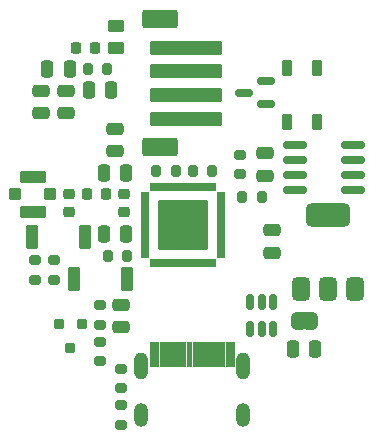
<source format=gbr>
%TF.GenerationSoftware,KiCad,Pcbnew,9.0.0*%
%TF.CreationDate,2026-01-31T22:23:39+01:00*%
%TF.ProjectId,DisplayBoard,44697370-6c61-4794-926f-6172642e6b69,rev?*%
%TF.SameCoordinates,Original*%
%TF.FileFunction,Soldermask,Top*%
%TF.FilePolarity,Negative*%
%FSLAX46Y46*%
G04 Gerber Fmt 4.6, Leading zero omitted, Abs format (unit mm)*
G04 Created by KiCad (PCBNEW 9.0.0) date 2026-01-31 22:23:39*
%MOMM*%
%LPD*%
G01*
G04 APERTURE LIST*
G04 Aperture macros list*
%AMRoundRect*
0 Rectangle with rounded corners*
0 $1 Rounding radius*
0 $2 $3 $4 $5 $6 $7 $8 $9 X,Y pos of 4 corners*
0 Add a 4 corners polygon primitive as box body*
4,1,4,$2,$3,$4,$5,$6,$7,$8,$9,$2,$3,0*
0 Add four circle primitives for the rounded corners*
1,1,$1+$1,$2,$3*
1,1,$1+$1,$4,$5*
1,1,$1+$1,$6,$7*
1,1,$1+$1,$8,$9*
0 Add four rect primitives between the rounded corners*
20,1,$1+$1,$2,$3,$4,$5,0*
20,1,$1+$1,$4,$5,$6,$7,0*
20,1,$1+$1,$6,$7,$8,$9,0*
20,1,$1+$1,$8,$9,$2,$3,0*%
%AMFreePoly0*
4,1,23,0.000000,0.745722,0.065263,0.745722,0.191342,0.711940,0.304381,0.646677,0.396677,0.554381,0.461940,0.441342,0.495722,0.315263,0.495722,0.250000,0.500000,0.250000,0.500000,-0.250000,0.495722,-0.250000,0.495722,-0.315263,0.461940,-0.441342,0.396677,-0.554381,0.304381,-0.646677,0.191342,-0.711940,0.065263,-0.745722,0.000000,-0.745722,0.000000,-0.750000,-0.500000,-0.750000,
-0.500000,0.750000,0.000000,0.750000,0.000000,0.745722,0.000000,0.745722,$1*%
%AMFreePoly1*
4,1,23,0.500000,-0.750000,0.000000,-0.750000,0.000000,-0.745722,-0.065263,-0.745722,-0.191342,-0.711940,-0.304381,-0.646677,-0.396677,-0.554381,-0.461940,-0.441342,-0.495722,-0.315263,-0.495722,-0.250000,-0.500000,-0.250000,-0.500000,0.250000,-0.495722,0.250000,-0.495722,0.315263,-0.461940,0.441342,-0.396677,0.554381,-0.304381,0.646677,-0.191342,0.711940,-0.065263,0.745722,0.000000,0.745722,
0.000000,0.750000,0.500000,0.750000,0.500000,-0.750000,0.500000,-0.750000,$1*%
G04 Aperture macros list end*
%ADD10C,0.010000*%
%ADD11C,0.000000*%
%ADD12RoundRect,0.157500X-0.942500X0.367500X-0.942500X-0.367500X0.942500X-0.367500X0.942500X0.367500X0*%
%ADD13RoundRect,0.150000X-0.350000X0.375000X-0.350000X-0.375000X0.350000X-0.375000X0.350000X0.375000X0*%
%ADD14O,1.204000X2.004000*%
%ADD15O,1.204000X2.304000*%
%ADD16RoundRect,0.200000X-0.200000X-0.275000X0.200000X-0.275000X0.200000X0.275000X-0.200000X0.275000X0*%
%ADD17RoundRect,0.250000X0.450000X-0.262500X0.450000X0.262500X-0.450000X0.262500X-0.450000X-0.262500X0*%
%ADD18RoundRect,0.250000X0.250000X0.475000X-0.250000X0.475000X-0.250000X-0.475000X0.250000X-0.475000X0*%
%ADD19RoundRect,0.218750X-0.218750X-0.256250X0.218750X-0.256250X0.218750X0.256250X-0.218750X0.256250X0*%
%ADD20RoundRect,0.250000X0.475000X-0.250000X0.475000X0.250000X-0.475000X0.250000X-0.475000X-0.250000X0*%
%ADD21RoundRect,0.240000X-1.260000X0.560000X-1.260000X-0.560000X1.260000X-0.560000X1.260000X0.560000X0*%
%ADD22RoundRect,0.180000X-2.870000X0.420000X-2.870000X-0.420000X2.870000X-0.420000X2.870000X0.420000X0*%
%ADD23RoundRect,0.150000X0.150000X-0.512500X0.150000X0.512500X-0.150000X0.512500X-0.150000X-0.512500X0*%
%ADD24RoundRect,0.375000X0.375000X-0.625000X0.375000X0.625000X-0.375000X0.625000X-0.375000X-0.625000X0*%
%ADD25RoundRect,0.500000X1.400000X-0.500000X1.400000X0.500000X-1.400000X0.500000X-1.400000X-0.500000X0*%
%ADD26RoundRect,0.250000X-0.475000X0.250000X-0.475000X-0.250000X0.475000X-0.250000X0.475000X0.250000X0*%
%ADD27FreePoly0,0.000000*%
%ADD28FreePoly1,0.000000*%
%ADD29RoundRect,0.225000X-0.250000X0.225000X-0.250000X-0.225000X0.250000X-0.225000X0.250000X0.225000X0*%
%ADD30RoundRect,0.200000X-0.275000X0.200000X-0.275000X-0.200000X0.275000X-0.200000X0.275000X0.200000X0*%
%ADD31RoundRect,0.200000X0.200000X0.275000X-0.200000X0.275000X-0.200000X-0.275000X0.200000X-0.275000X0*%
%ADD32RoundRect,0.200000X0.275000X-0.200000X0.275000X0.200000X-0.275000X0.200000X-0.275000X-0.200000X0*%
%ADD33RoundRect,0.157500X-0.367500X-0.842500X0.367500X-0.842500X0.367500X0.842500X-0.367500X0.842500X0*%
%ADD34RoundRect,0.120000X-0.280000X-0.330000X0.280000X-0.330000X0.280000X0.330000X-0.280000X0.330000X0*%
%ADD35RoundRect,0.150000X0.587500X0.150000X-0.587500X0.150000X-0.587500X-0.150000X0.587500X-0.150000X0*%
%ADD36RoundRect,0.135000X-0.315000X0.540000X-0.315000X-0.540000X0.315000X-0.540000X0.315000X0.540000X0*%
%ADD37RoundRect,0.150000X-0.825000X-0.150000X0.825000X-0.150000X0.825000X0.150000X-0.825000X0.150000X0*%
%ADD38RoundRect,0.102000X-2.000000X-2.000000X2.000000X-2.000000X2.000000X2.000000X-2.000000X2.000000X0*%
G04 APERTURE END LIST*
D10*
%TO.C,USBC501*%
X104349999Y-131069999D02*
X103650001Y-131069999D01*
X103649998Y-129020001D01*
X104350000Y-129020000D01*
X104349999Y-131069999D01*
G36*
X104349999Y-131069999D02*
G01*
X103650001Y-131069999D01*
X103649998Y-129020001D01*
X104350000Y-129020000D01*
X104349999Y-131069999D01*
G37*
X103550001Y-131070000D02*
X102850000Y-131070001D01*
X102850000Y-129020000D01*
X103550001Y-129020000D01*
X103550001Y-131070000D01*
G36*
X103550001Y-131070000D02*
G01*
X102850000Y-131070001D01*
X102850000Y-129020000D01*
X103550001Y-129020000D01*
X103550001Y-131070000D01*
G37*
X102750000Y-131070000D02*
X102350000Y-131069999D01*
X102350000Y-129020000D01*
X102750001Y-129019999D01*
X102750000Y-131070000D01*
G36*
X102750000Y-131070000D02*
G01*
X102350000Y-131069999D01*
X102350000Y-129020000D01*
X102750001Y-129019999D01*
X102750000Y-131070000D01*
G37*
X102250000Y-129020000D02*
X102250000Y-131070000D01*
X101850000Y-131070001D01*
X101850000Y-129019999D01*
X102250000Y-129020000D01*
G36*
X102250000Y-129020000D02*
G01*
X102250000Y-131070000D01*
X101850000Y-131070001D01*
X101850000Y-129019999D01*
X102250000Y-129020000D01*
G37*
X101750000Y-131070000D02*
X101350000Y-131070000D01*
X101350000Y-129020001D01*
X101750001Y-129020001D01*
X101750000Y-131070000D01*
G36*
X101750000Y-131070000D02*
G01*
X101350000Y-131070000D01*
X101350000Y-129020001D01*
X101750001Y-129020001D01*
X101750000Y-131070000D01*
G37*
X101250001Y-131070000D02*
X100850000Y-131070000D01*
X100849999Y-129020000D01*
X101250000Y-129020000D01*
X101250001Y-131070000D01*
G36*
X101250001Y-131070000D02*
G01*
X100850000Y-131070000D01*
X100849999Y-129020000D01*
X101250000Y-129020000D01*
X101250001Y-131070000D01*
G37*
X100750000Y-131070001D02*
X100350001Y-131069999D01*
X100349999Y-129020001D01*
X100750000Y-129020000D01*
X100750000Y-131070001D01*
G36*
X100750000Y-131070001D02*
G01*
X100350001Y-131069999D01*
X100349999Y-129020001D01*
X100750000Y-129020000D01*
X100750000Y-131070001D01*
G37*
X100250000Y-131070000D02*
X99850002Y-131070000D01*
X99850000Y-129020001D01*
X100250000Y-129019998D01*
X100250000Y-131070000D01*
G36*
X100250000Y-131070000D02*
G01*
X99850002Y-131070000D01*
X99850000Y-129020001D01*
X100250000Y-129019998D01*
X100250000Y-131070000D01*
G37*
X99749999Y-131070000D02*
X99350000Y-131070001D01*
X99350001Y-129020000D01*
X99750001Y-129020000D01*
X99749999Y-131070000D01*
G36*
X99749999Y-131070000D02*
G01*
X99350000Y-131070001D01*
X99350001Y-129020000D01*
X99750001Y-129020000D01*
X99749999Y-131070000D01*
G37*
X99250000Y-129020000D02*
X99249998Y-131069999D01*
X98849999Y-131070000D01*
X98850000Y-129019999D01*
X99250000Y-129020000D01*
G36*
X99250000Y-129020000D02*
G01*
X99249998Y-131069999D01*
X98849999Y-131070000D01*
X98850000Y-129019999D01*
X99250000Y-129020000D01*
G37*
X98750000Y-131070000D02*
X98050000Y-131070001D01*
X98050000Y-129020000D01*
X98750000Y-129020000D01*
X98750000Y-131070000D01*
G36*
X98750000Y-131070000D02*
G01*
X98050000Y-131070001D01*
X98050000Y-129020000D01*
X98750000Y-129020000D01*
X98750000Y-131070000D01*
G37*
X97949999Y-131069999D02*
X97250000Y-131069999D01*
X97250001Y-129020000D01*
X97950001Y-129019999D01*
X97949999Y-131069999D01*
G36*
X97949999Y-131069999D02*
G01*
X97250000Y-131069999D01*
X97250001Y-129020000D01*
X97950001Y-129019999D01*
X97949999Y-131069999D01*
G37*
D11*
%TO.C,JP501*%
G36*
X110449999Y-127950000D02*
G01*
X110150000Y-127950000D01*
X110150001Y-126450000D01*
X110450000Y-126450000D01*
X110449999Y-127950000D01*
G37*
D10*
%TO.C,U201*%
X97060000Y-116644563D02*
X96490000Y-116644563D01*
X96490000Y-116294563D01*
X97060000Y-116294563D01*
X97060000Y-116644563D01*
G36*
X97060000Y-116644563D02*
G01*
X96490000Y-116644563D01*
X96490000Y-116294563D01*
X97060000Y-116294563D01*
X97060000Y-116644563D01*
G37*
X97060000Y-117044563D02*
X96490000Y-117044563D01*
X96490000Y-116694563D01*
X97060000Y-116694563D01*
X97060000Y-117044563D01*
G36*
X97060000Y-117044563D02*
G01*
X96490000Y-117044563D01*
X96490000Y-116694563D01*
X97060000Y-116694563D01*
X97060000Y-117044563D01*
G37*
X97060000Y-117444563D02*
X96490000Y-117444563D01*
X96490000Y-117094563D01*
X97060000Y-117094563D01*
X97060000Y-117444563D01*
G36*
X97060000Y-117444563D02*
G01*
X96490000Y-117444563D01*
X96490000Y-117094563D01*
X97060000Y-117094563D01*
X97060000Y-117444563D01*
G37*
X97060000Y-117844563D02*
X96490000Y-117844563D01*
X96490000Y-117494563D01*
X97060000Y-117494563D01*
X97060000Y-117844563D01*
G36*
X97060000Y-117844563D02*
G01*
X96490000Y-117844563D01*
X96490000Y-117494563D01*
X97060000Y-117494563D01*
X97060000Y-117844563D01*
G37*
X97060000Y-118244563D02*
X96490000Y-118244563D01*
X96490000Y-117894563D01*
X97060000Y-117894563D01*
X97060000Y-118244563D01*
G36*
X97060000Y-118244563D02*
G01*
X96490000Y-118244563D01*
X96490000Y-117894563D01*
X97060000Y-117894563D01*
X97060000Y-118244563D01*
G37*
X97060000Y-118644563D02*
X96490000Y-118644563D01*
X96490000Y-118294563D01*
X97060000Y-118294563D01*
X97060000Y-118644563D01*
G36*
X97060000Y-118644563D02*
G01*
X96490000Y-118644563D01*
X96490000Y-118294563D01*
X97060000Y-118294563D01*
X97060000Y-118644563D01*
G37*
X97060000Y-119044563D02*
X96490000Y-119044563D01*
X96490000Y-118694563D01*
X97060000Y-118694563D01*
X97060000Y-119044563D01*
G36*
X97060000Y-119044563D02*
G01*
X96490000Y-119044563D01*
X96490000Y-118694563D01*
X97060000Y-118694563D01*
X97060000Y-119044563D01*
G37*
X97060000Y-119444563D02*
X96490000Y-119444563D01*
X96490000Y-119094563D01*
X97060000Y-119094563D01*
X97060000Y-119444563D01*
G36*
X97060000Y-119444563D02*
G01*
X96490000Y-119444563D01*
X96490000Y-119094563D01*
X97060000Y-119094563D01*
X97060000Y-119444563D01*
G37*
X97060000Y-119844563D02*
X96490000Y-119844563D01*
X96490000Y-119494563D01*
X97060000Y-119494563D01*
X97060000Y-119844563D01*
G36*
X97060000Y-119844563D02*
G01*
X96490000Y-119844563D01*
X96490000Y-119494563D01*
X97060000Y-119494563D01*
X97060000Y-119844563D01*
G37*
X97060000Y-120244563D02*
X96490000Y-120244563D01*
X96490000Y-119894563D01*
X97060000Y-119894563D01*
X97060000Y-120244563D01*
G36*
X97060000Y-120244563D02*
G01*
X96490000Y-120244563D01*
X96490000Y-119894563D01*
X97060000Y-119894563D01*
X97060000Y-120244563D01*
G37*
X97060000Y-120644563D02*
X96490000Y-120644563D01*
X96490000Y-120294563D01*
X97060000Y-120294563D01*
X97060000Y-120644563D01*
G36*
X97060000Y-120644563D02*
G01*
X96490000Y-120644563D01*
X96490000Y-120294563D01*
X97060000Y-120294563D01*
X97060000Y-120644563D01*
G37*
X97060000Y-121044563D02*
X96490000Y-121044563D01*
X96490000Y-120694563D01*
X97060000Y-120694563D01*
X97060000Y-121044563D01*
G36*
X97060000Y-121044563D02*
G01*
X96490000Y-121044563D01*
X96490000Y-120694563D01*
X97060000Y-120694563D01*
X97060000Y-121044563D01*
G37*
X97060000Y-121444563D02*
X96490000Y-121444563D01*
X96490000Y-121094563D01*
X97060000Y-121094563D01*
X97060000Y-121444563D01*
G36*
X97060000Y-121444563D02*
G01*
X96490000Y-121444563D01*
X96490000Y-121094563D01*
X97060000Y-121094563D01*
X97060000Y-121444563D01*
G37*
X97060000Y-121844563D02*
X96490000Y-121844563D01*
X96490000Y-121494563D01*
X97060000Y-121494563D01*
X97060000Y-121844563D01*
G36*
X97060000Y-121844563D02*
G01*
X96490000Y-121844563D01*
X96490000Y-121494563D01*
X97060000Y-121494563D01*
X97060000Y-121844563D01*
G37*
X97575000Y-116129563D02*
X97225000Y-116129563D01*
X97225000Y-115559563D01*
X97575000Y-115559563D01*
X97575000Y-116129563D01*
G36*
X97575000Y-116129563D02*
G01*
X97225000Y-116129563D01*
X97225000Y-115559563D01*
X97575000Y-115559563D01*
X97575000Y-116129563D01*
G37*
X97575000Y-122579563D02*
X97225000Y-122579563D01*
X97225000Y-122009563D01*
X97575000Y-122009563D01*
X97575000Y-122579563D01*
G36*
X97575000Y-122579563D02*
G01*
X97225000Y-122579563D01*
X97225000Y-122009563D01*
X97575000Y-122009563D01*
X97575000Y-122579563D01*
G37*
X97975000Y-116129563D02*
X97625000Y-116129563D01*
X97625000Y-115559563D01*
X97975000Y-115559563D01*
X97975000Y-116129563D01*
G36*
X97975000Y-116129563D02*
G01*
X97625000Y-116129563D01*
X97625000Y-115559563D01*
X97975000Y-115559563D01*
X97975000Y-116129563D01*
G37*
X97975000Y-122579563D02*
X97625000Y-122579563D01*
X97625000Y-122009563D01*
X97975000Y-122009563D01*
X97975000Y-122579563D01*
G36*
X97975000Y-122579563D02*
G01*
X97625000Y-122579563D01*
X97625000Y-122009563D01*
X97975000Y-122009563D01*
X97975000Y-122579563D01*
G37*
X98375000Y-116129563D02*
X98025000Y-116129563D01*
X98025000Y-115559563D01*
X98375000Y-115559563D01*
X98375000Y-116129563D01*
G36*
X98375000Y-116129563D02*
G01*
X98025000Y-116129563D01*
X98025000Y-115559563D01*
X98375000Y-115559563D01*
X98375000Y-116129563D01*
G37*
X98375000Y-122579563D02*
X98025000Y-122579563D01*
X98025000Y-122009563D01*
X98375000Y-122009563D01*
X98375000Y-122579563D01*
G36*
X98375000Y-122579563D02*
G01*
X98025000Y-122579563D01*
X98025000Y-122009563D01*
X98375000Y-122009563D01*
X98375000Y-122579563D01*
G37*
X98775000Y-116129563D02*
X98425000Y-116129563D01*
X98425000Y-115559563D01*
X98775000Y-115559563D01*
X98775000Y-116129563D01*
G36*
X98775000Y-116129563D02*
G01*
X98425000Y-116129563D01*
X98425000Y-115559563D01*
X98775000Y-115559563D01*
X98775000Y-116129563D01*
G37*
X98775000Y-122579563D02*
X98425000Y-122579563D01*
X98425000Y-122009563D01*
X98775000Y-122009563D01*
X98775000Y-122579563D01*
G36*
X98775000Y-122579563D02*
G01*
X98425000Y-122579563D01*
X98425000Y-122009563D01*
X98775000Y-122009563D01*
X98775000Y-122579563D01*
G37*
X99175000Y-116129563D02*
X98825000Y-116129563D01*
X98825000Y-115559563D01*
X99175000Y-115559563D01*
X99175000Y-116129563D01*
G36*
X99175000Y-116129563D02*
G01*
X98825000Y-116129563D01*
X98825000Y-115559563D01*
X99175000Y-115559563D01*
X99175000Y-116129563D01*
G37*
X99175000Y-122579563D02*
X98825000Y-122579563D01*
X98825000Y-122009563D01*
X99175000Y-122009563D01*
X99175000Y-122579563D01*
G36*
X99175000Y-122579563D02*
G01*
X98825000Y-122579563D01*
X98825000Y-122009563D01*
X99175000Y-122009563D01*
X99175000Y-122579563D01*
G37*
X99575000Y-116129563D02*
X99225000Y-116129563D01*
X99225000Y-115559563D01*
X99575000Y-115559563D01*
X99575000Y-116129563D01*
G36*
X99575000Y-116129563D02*
G01*
X99225000Y-116129563D01*
X99225000Y-115559563D01*
X99575000Y-115559563D01*
X99575000Y-116129563D01*
G37*
X99575000Y-122579563D02*
X99225000Y-122579563D01*
X99225000Y-122009563D01*
X99575000Y-122009563D01*
X99575000Y-122579563D01*
G36*
X99575000Y-122579563D02*
G01*
X99225000Y-122579563D01*
X99225000Y-122009563D01*
X99575000Y-122009563D01*
X99575000Y-122579563D01*
G37*
X99975000Y-116129563D02*
X99625000Y-116129563D01*
X99625000Y-115559563D01*
X99975000Y-115559563D01*
X99975000Y-116129563D01*
G36*
X99975000Y-116129563D02*
G01*
X99625000Y-116129563D01*
X99625000Y-115559563D01*
X99975000Y-115559563D01*
X99975000Y-116129563D01*
G37*
X99975000Y-122579563D02*
X99625000Y-122579563D01*
X99625000Y-122009563D01*
X99975000Y-122009563D01*
X99975000Y-122579563D01*
G36*
X99975000Y-122579563D02*
G01*
X99625000Y-122579563D01*
X99625000Y-122009563D01*
X99975000Y-122009563D01*
X99975000Y-122579563D01*
G37*
X100375000Y-116129563D02*
X100025000Y-116129563D01*
X100025000Y-115559563D01*
X100375000Y-115559563D01*
X100375000Y-116129563D01*
G36*
X100375000Y-116129563D02*
G01*
X100025000Y-116129563D01*
X100025000Y-115559563D01*
X100375000Y-115559563D01*
X100375000Y-116129563D01*
G37*
X100375000Y-122579563D02*
X100025000Y-122579563D01*
X100025000Y-122009563D01*
X100375000Y-122009563D01*
X100375000Y-122579563D01*
G36*
X100375000Y-122579563D02*
G01*
X100025000Y-122579563D01*
X100025000Y-122009563D01*
X100375000Y-122009563D01*
X100375000Y-122579563D01*
G37*
X100775000Y-116129563D02*
X100425000Y-116129563D01*
X100425000Y-115559563D01*
X100775000Y-115559563D01*
X100775000Y-116129563D01*
G36*
X100775000Y-116129563D02*
G01*
X100425000Y-116129563D01*
X100425000Y-115559563D01*
X100775000Y-115559563D01*
X100775000Y-116129563D01*
G37*
X100775000Y-122579563D02*
X100425000Y-122579563D01*
X100425000Y-122009563D01*
X100775000Y-122009563D01*
X100775000Y-122579563D01*
G36*
X100775000Y-122579563D02*
G01*
X100425000Y-122579563D01*
X100425000Y-122009563D01*
X100775000Y-122009563D01*
X100775000Y-122579563D01*
G37*
X101175000Y-116129563D02*
X100825000Y-116129563D01*
X100825000Y-115559563D01*
X101175000Y-115559563D01*
X101175000Y-116129563D01*
G36*
X101175000Y-116129563D02*
G01*
X100825000Y-116129563D01*
X100825000Y-115559563D01*
X101175000Y-115559563D01*
X101175000Y-116129563D01*
G37*
X101175000Y-122579563D02*
X100825000Y-122579563D01*
X100825000Y-122009563D01*
X101175000Y-122009563D01*
X101175000Y-122579563D01*
G36*
X101175000Y-122579563D02*
G01*
X100825000Y-122579563D01*
X100825000Y-122009563D01*
X101175000Y-122009563D01*
X101175000Y-122579563D01*
G37*
X101575000Y-116129563D02*
X101225000Y-116129563D01*
X101225000Y-115559563D01*
X101575000Y-115559563D01*
X101575000Y-116129563D01*
G36*
X101575000Y-116129563D02*
G01*
X101225000Y-116129563D01*
X101225000Y-115559563D01*
X101575000Y-115559563D01*
X101575000Y-116129563D01*
G37*
X101575000Y-122579563D02*
X101225000Y-122579563D01*
X101225000Y-122009563D01*
X101575000Y-122009563D01*
X101575000Y-122579563D01*
G36*
X101575000Y-122579563D02*
G01*
X101225000Y-122579563D01*
X101225000Y-122009563D01*
X101575000Y-122009563D01*
X101575000Y-122579563D01*
G37*
X101975000Y-116129563D02*
X101625000Y-116129563D01*
X101625000Y-115559563D01*
X101975000Y-115559563D01*
X101975000Y-116129563D01*
G36*
X101975000Y-116129563D02*
G01*
X101625000Y-116129563D01*
X101625000Y-115559563D01*
X101975000Y-115559563D01*
X101975000Y-116129563D01*
G37*
X101975000Y-122579563D02*
X101625000Y-122579563D01*
X101625000Y-122009563D01*
X101975000Y-122009563D01*
X101975000Y-122579563D01*
G36*
X101975000Y-122579563D02*
G01*
X101625000Y-122579563D01*
X101625000Y-122009563D01*
X101975000Y-122009563D01*
X101975000Y-122579563D01*
G37*
X102375000Y-116129563D02*
X102025000Y-116129563D01*
X102025000Y-115559563D01*
X102375000Y-115559563D01*
X102375000Y-116129563D01*
G36*
X102375000Y-116129563D02*
G01*
X102025000Y-116129563D01*
X102025000Y-115559563D01*
X102375000Y-115559563D01*
X102375000Y-116129563D01*
G37*
X102375000Y-122579563D02*
X102025000Y-122579563D01*
X102025000Y-122009563D01*
X102375000Y-122009563D01*
X102375000Y-122579563D01*
G36*
X102375000Y-122579563D02*
G01*
X102025000Y-122579563D01*
X102025000Y-122009563D01*
X102375000Y-122009563D01*
X102375000Y-122579563D01*
G37*
X102775000Y-116129563D02*
X102425000Y-116129563D01*
X102425000Y-115559563D01*
X102775000Y-115559563D01*
X102775000Y-116129563D01*
G36*
X102775000Y-116129563D02*
G01*
X102425000Y-116129563D01*
X102425000Y-115559563D01*
X102775000Y-115559563D01*
X102775000Y-116129563D01*
G37*
X102775000Y-122579563D02*
X102425000Y-122579563D01*
X102425000Y-122009563D01*
X102775000Y-122009563D01*
X102775000Y-122579563D01*
G36*
X102775000Y-122579563D02*
G01*
X102425000Y-122579563D01*
X102425000Y-122009563D01*
X102775000Y-122009563D01*
X102775000Y-122579563D01*
G37*
X103510000Y-116644563D02*
X102940000Y-116644563D01*
X102940000Y-116294563D01*
X103510000Y-116294563D01*
X103510000Y-116644563D01*
G36*
X103510000Y-116644563D02*
G01*
X102940000Y-116644563D01*
X102940000Y-116294563D01*
X103510000Y-116294563D01*
X103510000Y-116644563D01*
G37*
X103510000Y-117044563D02*
X102940000Y-117044563D01*
X102940000Y-116694563D01*
X103510000Y-116694563D01*
X103510000Y-117044563D01*
G36*
X103510000Y-117044563D02*
G01*
X102940000Y-117044563D01*
X102940000Y-116694563D01*
X103510000Y-116694563D01*
X103510000Y-117044563D01*
G37*
X103510000Y-117444563D02*
X102940000Y-117444563D01*
X102940000Y-117094563D01*
X103510000Y-117094563D01*
X103510000Y-117444563D01*
G36*
X103510000Y-117444563D02*
G01*
X102940000Y-117444563D01*
X102940000Y-117094563D01*
X103510000Y-117094563D01*
X103510000Y-117444563D01*
G37*
X103510000Y-117844563D02*
X102940000Y-117844563D01*
X102940000Y-117494563D01*
X103510000Y-117494563D01*
X103510000Y-117844563D01*
G36*
X103510000Y-117844563D02*
G01*
X102940000Y-117844563D01*
X102940000Y-117494563D01*
X103510000Y-117494563D01*
X103510000Y-117844563D01*
G37*
X103510000Y-118244563D02*
X102940000Y-118244563D01*
X102940000Y-117894563D01*
X103510000Y-117894563D01*
X103510000Y-118244563D01*
G36*
X103510000Y-118244563D02*
G01*
X102940000Y-118244563D01*
X102940000Y-117894563D01*
X103510000Y-117894563D01*
X103510000Y-118244563D01*
G37*
X103510000Y-118644563D02*
X102940000Y-118644563D01*
X102940000Y-118294563D01*
X103510000Y-118294563D01*
X103510000Y-118644563D01*
G36*
X103510000Y-118644563D02*
G01*
X102940000Y-118644563D01*
X102940000Y-118294563D01*
X103510000Y-118294563D01*
X103510000Y-118644563D01*
G37*
X103510000Y-119044563D02*
X102940000Y-119044563D01*
X102940000Y-118694563D01*
X103510000Y-118694563D01*
X103510000Y-119044563D01*
G36*
X103510000Y-119044563D02*
G01*
X102940000Y-119044563D01*
X102940000Y-118694563D01*
X103510000Y-118694563D01*
X103510000Y-119044563D01*
G37*
X103510000Y-119444563D02*
X102940000Y-119444563D01*
X102940000Y-119094563D01*
X103510000Y-119094563D01*
X103510000Y-119444563D01*
G36*
X103510000Y-119444563D02*
G01*
X102940000Y-119444563D01*
X102940000Y-119094563D01*
X103510000Y-119094563D01*
X103510000Y-119444563D01*
G37*
X103510000Y-119844563D02*
X102940000Y-119844563D01*
X102940000Y-119494563D01*
X103510000Y-119494563D01*
X103510000Y-119844563D01*
G36*
X103510000Y-119844563D02*
G01*
X102940000Y-119844563D01*
X102940000Y-119494563D01*
X103510000Y-119494563D01*
X103510000Y-119844563D01*
G37*
X103510000Y-120244563D02*
X102940000Y-120244563D01*
X102940000Y-119894563D01*
X103510000Y-119894563D01*
X103510000Y-120244563D01*
G36*
X103510000Y-120244563D02*
G01*
X102940000Y-120244563D01*
X102940000Y-119894563D01*
X103510000Y-119894563D01*
X103510000Y-120244563D01*
G37*
X103510000Y-120644563D02*
X102940000Y-120644563D01*
X102940000Y-120294563D01*
X103510000Y-120294563D01*
X103510000Y-120644563D01*
G36*
X103510000Y-120644563D02*
G01*
X102940000Y-120644563D01*
X102940000Y-120294563D01*
X103510000Y-120294563D01*
X103510000Y-120644563D01*
G37*
X103510000Y-121044563D02*
X102940000Y-121044563D01*
X102940000Y-120694563D01*
X103510000Y-120694563D01*
X103510000Y-121044563D01*
G36*
X103510000Y-121044563D02*
G01*
X102940000Y-121044563D01*
X102940000Y-120694563D01*
X103510000Y-120694563D01*
X103510000Y-121044563D01*
G37*
X103510000Y-121444563D02*
X102940000Y-121444563D01*
X102940000Y-121094563D01*
X103510000Y-121094563D01*
X103510000Y-121444563D01*
G36*
X103510000Y-121444563D02*
G01*
X102940000Y-121444563D01*
X102940000Y-121094563D01*
X103510000Y-121094563D01*
X103510000Y-121444563D01*
G37*
X103510000Y-121844563D02*
X102940000Y-121844563D01*
X102940000Y-121494563D01*
X103510000Y-121494563D01*
X103510000Y-121844563D01*
G36*
X103510000Y-121844563D02*
G01*
X102940000Y-121844563D01*
X102940000Y-121494563D01*
X103510000Y-121494563D01*
X103510000Y-121844563D01*
G37*
%TD*%
D12*
%TO.C,J201*%
X87300000Y-117975000D03*
D13*
X85800000Y-116500000D03*
D12*
X87300000Y-115025000D03*
D13*
X88800000Y-116500000D03*
%TD*%
D14*
%TO.C,USBC501*%
X105119999Y-135200000D03*
X96480001Y-135200000D03*
D15*
X105120001Y-131020000D03*
X96480000Y-131019999D03*
%TD*%
D16*
%TO.C,R401*%
X93625000Y-105900000D03*
X91975000Y-105900000D03*
%TD*%
D17*
%TO.C,D401*%
X94400000Y-102275000D03*
X94400000Y-104100000D03*
%TD*%
D18*
%TO.C,C403*%
X88550000Y-105900000D03*
X90450000Y-105900000D03*
%TD*%
D19*
%TO.C,FB401*%
X92587500Y-104100000D03*
X91012500Y-104100000D03*
%TD*%
D18*
%TO.C,C404*%
X92050000Y-107700000D03*
X93950000Y-107700000D03*
%TD*%
D20*
%TO.C,C405*%
X107000000Y-114950000D03*
X107000000Y-113050000D03*
%TD*%
D21*
%TO.C,J401*%
X98050000Y-101700000D03*
X98050000Y-112500000D03*
D22*
X100300000Y-104100000D03*
X100300000Y-106100000D03*
X100300000Y-108100000D03*
X100300000Y-110100000D03*
%TD*%
D23*
%TO.C,U501*%
X105750000Y-125662500D03*
X106700000Y-125662500D03*
X107650000Y-125662500D03*
X107650000Y-127937500D03*
X106700000Y-127937500D03*
X105750000Y-127937500D03*
%TD*%
D20*
%TO.C,C301*%
X94800000Y-127750000D03*
X94800000Y-125850000D03*
%TD*%
D24*
%TO.C,U502*%
X114600000Y-124550000D03*
D25*
X112300000Y-118250000D03*
D24*
X112300000Y-124550000D03*
X110000000Y-124550000D03*
%TD*%
D26*
%TO.C,C502*%
X107600000Y-121450000D03*
X107600000Y-119550000D03*
%TD*%
D27*
%TO.C,JP501*%
X110950000Y-127200000D03*
D28*
X109650000Y-127200000D03*
%TD*%
D29*
%TO.C,C204*%
X90412281Y-116470000D03*
X90412281Y-118020000D03*
%TD*%
D30*
%TO.C,R301*%
X93000000Y-125900000D03*
X93000000Y-127550000D03*
%TD*%
%TO.C,Rusb502*%
X94800000Y-134375000D03*
X94800000Y-136025000D03*
%TD*%
D31*
%TO.C,R203*%
X95325000Y-121700000D03*
X93675000Y-121700000D03*
%TD*%
D32*
%TO.C,R204*%
X104900000Y-114825000D03*
X104900000Y-113175000D03*
%TD*%
D26*
%TO.C,C401*%
X90100000Y-107750000D03*
X90100000Y-109650000D03*
%TD*%
D33*
%TO.C,SPST201*%
X90850000Y-123700000D03*
X95300000Y-123700000D03*
%TD*%
D32*
%TO.C,R201*%
X87500000Y-123725000D03*
X87500000Y-122075000D03*
%TD*%
D34*
%TO.C,Q301*%
X91450000Y-127525000D03*
X89550000Y-127525000D03*
X90500000Y-129525000D03*
%TD*%
D33*
%TO.C,RST201*%
X87250000Y-120100000D03*
X91700000Y-120100000D03*
%TD*%
D16*
%TO.C,R206*%
X97775000Y-114500000D03*
X99425000Y-114500000D03*
%TD*%
D18*
%TO.C,C201*%
X95250000Y-119900000D03*
X93350000Y-119900000D03*
%TD*%
D35*
%TO.C,D402*%
X107037500Y-108850000D03*
X107037500Y-106950000D03*
X105162500Y-107900000D03*
%TD*%
D29*
%TO.C,C205*%
X95012281Y-116470000D03*
X95012281Y-118020000D03*
%TD*%
D20*
%TO.C,C203*%
X94300000Y-112850000D03*
X94300000Y-110950000D03*
%TD*%
D26*
%TO.C,C402*%
X88000000Y-107750000D03*
X88000000Y-109650000D03*
%TD*%
D30*
%TO.C,R302*%
X93000000Y-129000000D03*
X93000000Y-130650000D03*
%TD*%
D19*
%TO.C,L201*%
X91912500Y-116500000D03*
X93487500Y-116500000D03*
%TD*%
D36*
%TO.C,L401*%
X111350000Y-105825000D03*
X108850000Y-105825000D03*
X108850000Y-110375000D03*
X111350000Y-110375000D03*
%TD*%
D18*
%TO.C,C202*%
X95250000Y-114700000D03*
X93350000Y-114700000D03*
%TD*%
D31*
%TO.C,R205*%
X102525000Y-114500000D03*
X100875000Y-114500000D03*
%TD*%
D37*
%TO.C,U401*%
X109525000Y-112295000D03*
X109525000Y-113565000D03*
X109525000Y-114835000D03*
X109525000Y-116105000D03*
X114475000Y-116105000D03*
X114475000Y-114835000D03*
X114475000Y-113565000D03*
X114475000Y-112295000D03*
%TD*%
D31*
%TO.C,R402*%
X106725000Y-116700000D03*
X105075000Y-116700000D03*
%TD*%
D32*
%TO.C,Rusb501*%
X94800000Y-132925000D03*
X94800000Y-131275000D03*
%TD*%
%TO.C,R202*%
X89100000Y-123725000D03*
X89100000Y-122075000D03*
%TD*%
D38*
%TO.C,U201*%
X100000000Y-119069563D03*
%TD*%
D18*
%TO.C,C501*%
X111250000Y-129600000D03*
X109350000Y-129600000D03*
%TD*%
M02*

</source>
